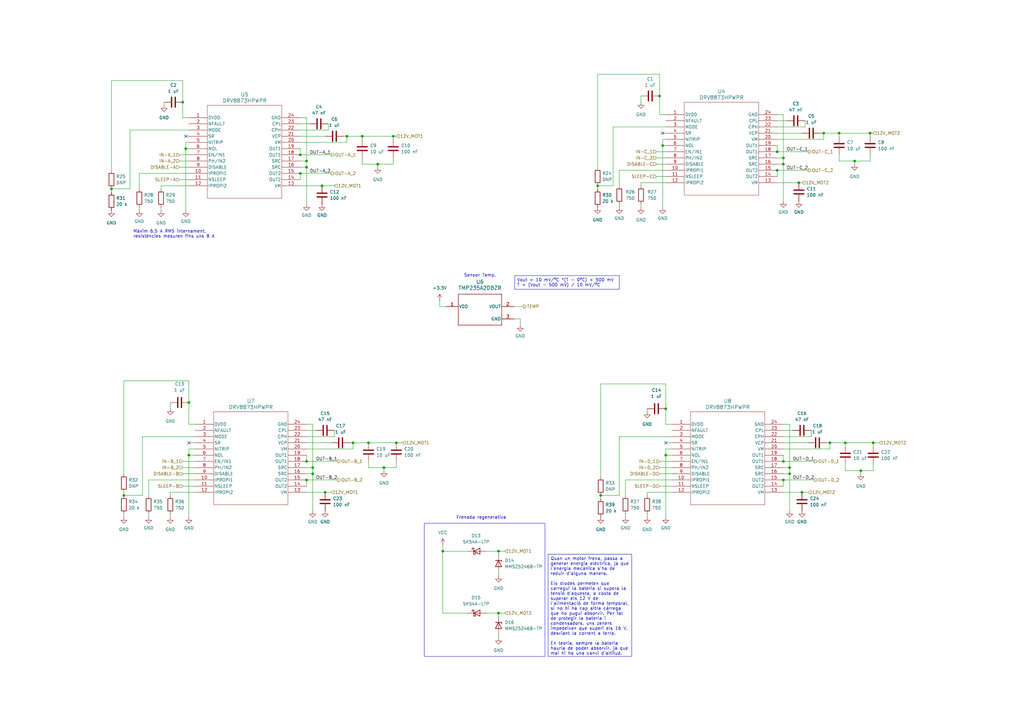
<source format=kicad_sch>
(kicad_sch (version 20231120) (generator "eeschema") (generator_version "8.0")
  (paper "A3")
  (lib_symbols
    (symbol "2023-12-02_10-52-26:DRV8873HPWPR" (pin_names (offset 0.254))
      (property "Reference" "U" (at 22.86 10.16 0))
      (property "Value" "DRV8873HPWPR" (at 22.86 7.62 0))
      (symbol "DRV8873HPWPR_0_1"
        (polyline (pts (xy 7.62 -33.02) (xy 38.1 -33.02)) (stroke (width 0.127)))
        (polyline (pts (xy 7.62 5.08) (xy 7.62 -33.02)) (stroke (width 0.127)))
        (polyline (pts (xy 38.1 -33.02) (xy 38.1 5.08)) (stroke (width 0.127)))
        (polyline (pts (xy 38.1 5.08) (xy 7.62 5.08)) (stroke (width 0.127)))
        (pin power_in line (at 0 0 0) (length 7.62) (name "DVDD") (number "1"))
        (pin output line (at 0 -22.86 0) (length 7.62) (name "IPROPI1") (number "10"))
        (pin input line (at 0 -25.4 0) (length 7.62) (name "NSLEEP") (number "11"))
        (pin output line (at 0 -27.94 0) (length 7.62) (name "IPROPI2") (number "12"))
        (pin power_in line (at 45.72 -27.94 180) (length 7.62) (name "VM") (number "13"))
        (pin output line (at 45.72 -25.4 180) (length 7.62) (name "OUT2") (number "14"))
        (pin output line (at 45.72 -22.86 180) (length 7.62) (name "OUT2") (number "15"))
        (pin output line (at 45.72 -20.32 180) (length 7.62) (name "SRC") (number "16"))
        (pin output line (at 45.72 -17.78 180) (length 7.62) (name "SRC") (number "17"))
        (pin output line (at 45.72 -15.24 180) (length 7.62) (name "OUT1") (number "18"))
        (pin output line (at 45.72 -12.7 180) (length 7.62) (name "OUT1") (number "19"))
        (pin output line (at 0 -2.54 0) (length 7.62) (name "NFAULT") (number "2"))
        (pin power_in line (at 45.72 -10.16 180) (length 7.62) (name "VM") (number "20"))
        (pin power_in line (at 45.72 -7.62 180) (length 7.62) (name "VCP") (number "21"))
        (pin unspecified line (at 45.72 -5.08 180) (length 7.62) (name "CPH") (number "22"))
        (pin unspecified line (at 45.72 -2.54 180) (length 7.62) (name "CPL") (number "23"))
        (pin power_in line (at 45.72 0 180) (length 7.62) (name "GND") (number "24"))
        (pin input line (at 0 -5.08 0) (length 7.62) (name "MODE") (number "3"))
        (pin input line (at 0 -7.62 0) (length 7.62) (name "SR") (number "4"))
        (pin input line (at 0 -10.16 0) (length 7.62) (name "NITRIP") (number "5"))
        (pin input line (at 0 -12.7 0) (length 7.62) (name "NOL") (number "6"))
        (pin input line (at 0 -15.24 0) (length 7.62) (name "EN/IN1") (number "7"))
        (pin input line (at 0 -17.78 0) (length 7.62) (name "PH/IN2") (number "8"))
        (pin input line (at 0 -20.32 0) (length 7.62) (name "DISABLE") (number "9"))
      )
    )
    (symbol "Device:C" (pin_numbers hide) (pin_names (offset 0.254))
      (property "Reference" "C" (at 0.635 2.54 0))
      (property "Value" "C" (at 0.635 -2.54 0))
      (symbol "C_0_1"
        (polyline (pts (xy -2.032 -0.762) (xy 2.032 -0.762)) (stroke (width 0.508)))
        (polyline (pts (xy -2.032 0.762) (xy 2.032 0.762)) (stroke (width 0.508)))
      )
      (symbol "C_1_1"
        (pin passive line (at 0 3.81 270) (length 2.794) (name "~") (number "1"))
        (pin passive line (at 0 -3.81 90) (length 2.794) (name "~") (number "2"))
      )
    )
    (symbol "Device:D_Schottky" (pin_numbers hide) (pin_names (offset 1.016) hide)
      (property "Reference" "D" (at 0 2.54 0))
      (property "Value" "D_Schottky" (at 0 -2.54 0))
      (symbol "D_Schottky_0_1"
        (polyline (pts (xy 1.27 0) (xy -1.27 0)))
        (polyline (pts (xy 1.27 1.27) (xy 1.27 -1.27) (xy -1.27 0) (xy 1.27 1.27)) (stroke (width 0.254)))
        (polyline (pts (xy -1.905 0.635) (xy -1.905 1.27) (xy -1.27 1.27) (xy -1.27 -1.27) (xy -0.635 -1.27) (xy -0.635 -0.635)) (stroke (width 0.254)))
      )
      (symbol "D_Schottky_1_1"
        (pin passive line (at -3.81 0 0) (length 2.54) (name "K") (number "1"))
        (pin passive line (at 3.81 0 180) (length 2.54) (name "A") (number "2"))
      )
    )
    (symbol "Device:D_Zener" (pin_numbers hide) (pin_names (offset 1.016) hide)
      (property "Reference" "D" (at 0 2.54 0))
      (property "Value" "D_Zener" (at 0 -2.54 0))
      (symbol "D_Zener_0_1"
        (polyline (pts (xy 1.27 0) (xy -1.27 0)))
        (polyline (pts (xy -1.27 -1.27) (xy -1.27 1.27) (xy -0.762 1.27)) (stroke (width 0.254)))
        (polyline (pts (xy 1.27 -1.27) (xy 1.27 1.27) (xy -1.27 0) (xy 1.27 -1.27)) (stroke (width 0.254)))
      )
      (symbol "D_Zener_1_1"
        (pin passive line (at -3.81 0 0) (length 2.54) (name "K") (number "1"))
        (pin passive line (at 3.81 0 180) (length 2.54) (name "A") (number "2"))
      )
    )
    (symbol "Device:R" (pin_numbers hide) (pin_names (offset 0))
      (property "Reference" "R" (at 2.032 0 90))
      (property "Value" "R" (at 0 0 90))
      (symbol "R_0_1"
        (rectangle (start -1.016 -2.54) (end 1.016 2.54) (stroke (width 0.254)))
      )
      (symbol "R_1_1"
        (pin passive line (at 0 3.81 270) (length 1.27) (name "~") (number "1"))
        (pin passive line (at 0 -3.81 90) (length 1.27) (name "~") (number "2"))
      )
    )
    (symbol "GND_1" (power) (pin_numbers hide) (pin_names (offset 0) hide)
      (property "Value" "GND" (at 0 -3.81 0))
      (symbol "GND_1_0_1"
        (polyline (pts (xy 0 0) (xy 0 -1.27) (xy 1.27 -1.27) (xy 0 -2.54) (xy -1.27 -1.27) (xy 0 -1.27)))
      )
      (symbol "GND_1_1_1"
        (pin power_in line (at 0 0 270) (length 0) (name "~") (number "1"))
      )
    )
    (symbol "GND_2" (power) (pin_numbers hide) (pin_names (offset 0) hide)
      (property "Value" "GND" (at 0 -3.81 0))
      (symbol "GND_2_0_1"
        (polyline (pts (xy 0 0) (xy 0 -1.27) (xy 1.27 -1.27) (xy 0 -2.54) (xy -1.27 -1.27) (xy 0 -1.27)))
      )
      (symbol "GND_2_1_1"
        (pin power_in line (at 0 0 270) (length 0) (name "~") (number "1"))
      )
    )
    (symbol "TMP235:TMP235A2DBZR" (pin_names (offset 0.254))
      (property "Reference" "U" (at 0 2.54 0))
      (property "Value" "TMP235A2DBZR" (at 0 0 0))
      (symbol "TMP235A2DBZR_0_1"
        (polyline (pts (xy 5.08 -7.62) (xy 22.86 -7.62)) (stroke (width 0.2032)))
        (polyline (pts (xy 5.08 5.08) (xy 5.08 -7.62)) (stroke (width 0.2032)))
        (polyline (pts (xy 22.86 -7.62) (xy 22.86 5.08)) (stroke (width 0.2032)))
        (polyline (pts (xy 22.86 5.08) (xy 5.08 5.08)) (stroke (width 0.2032)))
        (pin power_in line (at 0 0 0) (length 5.08) (name "VDD") (number "1"))
        (pin unspecified line (at 27.94 0 180) (length 5.08) (name "VOUT") (number "2"))
        (pin power_in line (at 27.94 -5.08 180) (length 5.08) (name "GND") (number "3"))
      )
    )
    (symbol "power:+3.3V" (power) (pin_numbers hide) (pin_names (offset 0) hide)
      (property "Value" "+3.3V" (at 0 3.556 0))
      (symbol "+3.3V_0_1"
        (polyline (pts (xy -0.762 1.27) (xy 0 2.54)))
        (polyline (pts (xy 0 0) (xy 0 2.54)))
        (polyline (pts (xy 0 2.54) (xy 0.762 1.27)))
      )
      (symbol "+3.3V_1_1"
        (pin power_in line (at 0 0 90) (length 0) (name "~") (number "1"))
      )
    )
    (symbol "power:GND" (power) (pin_names (offset 0))
      (property "Value" "GND" (at 0 -3.81 0))
      (symbol "GND_0_1"
        (polyline (pts (xy 0 0) (xy 0 -1.27) (xy 1.27 -1.27) (xy 0 -2.54) (xy -1.27 -1.27) (xy 0 -1.27)))
      )
      (symbol "GND_1_1"
        (pin power_in line (at 0 0 270) (length 0) hide (name "GND") (number "1"))
      )
    )
    (symbol "power:VCC" (power) (pin_numbers hide) (pin_names (offset 0) hide)
      (property "Value" "VCC" (at 0 3.556 0))
      (symbol "VCC_0_1"
        (polyline (pts (xy -0.762 1.27) (xy 0 2.54)))
        (polyline (pts (xy 0 0) (xy 0 2.54)))
        (polyline (pts (xy 0 2.54) (xy 0.762 1.27)))
      )
      (symbol "VCC_1_1"
        (pin power_in line (at 0 0 90) (length 0) (name "~") (number "1"))
      )
    )
  )
  (junction (at 323.85 191.77))
  (junction (at 321.31 67.31))
  (junction (at 77.47 186.69))
  (junction (at 125.73 196.85))
  (junction (at 353.06 193.04))
  (junction (at 323.85 194.31))
  (junction (at 318.77 62.23))
  (junction (at 132.08 76.2))
  (junction (at 128.27 191.77))
  (junction (at 125.73 66.04))
  (junction (at 123.19 71.12))
  (junction (at 50.8 203.2))
  (junction (at 350.52 66.04))
  (junction (at 344.17 54.61))
  (junction (at 77.47 165.1))
  (junction (at 321.31 196.85))
  (junction (at 76.2 60.96))
  (junction (at 204.47 251.46))
  (junction (at 162.56 181.61))
  (junction (at 142.24 55.88))
  (junction (at 246.38 203.2))
  (junction (at 273.05 186.69))
  (junction (at 245.11 76.2))
  (junction (at 133.35 201.93))
  (junction (at 144.78 181.61))
  (junction (at 273.05 167.64))
  (junction (at 358.14 181.61))
  (junction (at 151.13 181.61))
  (junction (at 337.82 54.61))
  (junction (at 123.19 63.5))
  (junction (at 270.51 39.37))
  (junction (at 45.72 77.47))
  (junction (at 346.71 181.61))
  (junction (at 148.59 55.88))
  (junction (at 157.48 191.77))
  (junction (at 128.27 194.31))
  (junction (at 154.94 67.31))
  (junction (at 340.36 181.61))
  (junction (at 318.77 69.85))
  (junction (at 204.47 226.06))
  (junction (at 125.73 68.58))
  (junction (at 321.31 64.77))
  (junction (at 327.66 74.93))
  (junction (at 161.29 55.88))
  (junction (at 356.87 54.61))
  (junction (at 181.61 226.06))
  (junction (at 321.31 189.23))
  (junction (at 125.73 189.23))
  (junction (at 271.78 59.69))
  (junction (at 328.93 201.93))
  (junction (at 74.93 41.91))
  (no_connect (at 271.78 54.61))
  (no_connect (at 77.47 181.61))
  (no_connect (at 76.2 55.88))
  (no_connect (at 273.05 181.61))
  (wire (pts (xy 262.89 39.37) (xy 262.89 41.91)))
  (wire (pts (xy 356.87 66.04) (xy 350.52 66.04)))
  (wire (pts (xy 344.17 54.61) (xy 344.17 55.88)))
  (wire (pts (xy 77.47 173.99) (xy 80.01 173.99)))
  (wire (pts (xy 346.71 193.04) (xy 353.06 193.04)))
  (wire (pts (xy 123.19 50.8) (xy 127 50.8)))
  (wire (pts (xy 162.56 55.88) (xy 161.29 55.88)))
  (wire (pts (xy 148.59 55.88) (xy 148.59 57.15)))
  (wire (pts (xy 77.47 186.69) (xy 77.47 184.15)))
  (wire (pts (xy 180.34 125.73) (xy 182.88 125.73)))
  (wire (pts (xy 144.78 181.61) (xy 151.13 181.61)))
  (wire (pts (xy 328.93 74.93) (xy 327.66 74.93)))
  (wire (pts (xy 321.31 196.85) (xy 334.01 196.85)))
  (wire (pts (xy 199.39 226.06) (xy 204.47 226.06)))
  (wire (pts (xy 210.82 125.73) (xy 214.63 125.73)))
  (wire (pts (xy 76.2 55.88) (xy 77.47 55.88)))
  (wire (pts (xy 74.93 41.91) (xy 74.93 48.26)))
  (wire (pts (xy 254 179.07) (xy 254 203.2)))
  (wire (pts (xy 245.11 30.48) (xy 270.51 30.48)))
  (wire (pts (xy 204.47 226.06) (xy 207.01 226.06)))
  (wire (pts (xy 50.8 201.93) (xy 50.8 203.2)))
  (wire (pts (xy 123.19 71.12) (xy 123.19 73.66)))
  (wire (pts (xy 53.34 53.34) (xy 53.34 77.47)))
  (wire (pts (xy 123.19 48.26) (xy 125.73 48.26)))
  (wire (pts (xy 125.73 176.53) (xy 129.54 176.53)))
  (wire (pts (xy 154.94 68.58) (xy 154.94 67.31)))
  (wire (pts (xy 74.93 189.23) (xy 80.01 189.23)))
  (wire (pts (xy 125.73 194.31) (xy 128.27 194.31)))
  (wire (pts (xy 273.05 181.61) (xy 275.59 181.61)))
  (wire (pts (xy 161.29 67.31) (xy 154.94 67.31)))
  (wire (pts (xy 246.38 157.48) (xy 273.05 157.48)))
  (wire (pts (xy 321.31 181.61) (xy 331.47 181.61)))
  (wire (pts (xy 358.14 54.61) (xy 356.87 54.61)))
  (wire (pts (xy 273.05 157.48) (xy 273.05 167.64)))
  (wire (pts (xy 265.43 210.82) (xy 265.43 212.09)))
  (wire (pts (xy 262.89 83.82) (xy 262.89 85.09)))
  (wire (pts (xy 76.2 60.96) (xy 77.47 60.96)))
  (wire (pts (xy 69.85 203.2) (xy 69.85 201.93)))
  (wire (pts (xy 69.85 165.1) (xy 69.85 167.64)))
  (wire (pts (xy 162.56 189.23) (xy 162.56 191.77)))
  (wire (pts (xy 125.73 48.26) (xy 125.73 66.04)))
  (wire (pts (xy 270.51 194.31) (xy 275.59 194.31)))
  (wire (pts (xy 123.19 68.58) (xy 125.73 68.58)))
  (wire (pts (xy 53.34 53.34) (xy 77.47 53.34)))
  (wire (pts (xy 318.77 54.61) (xy 328.93 54.61)))
  (wire (pts (xy 353.06 194.31) (xy 353.06 193.04)))
  (wire (pts (xy 142.24 55.88) (xy 142.24 58.42)))
  (wire (pts (xy 77.47 165.1) (xy 77.47 173.99)))
  (wire (pts (xy 346.71 181.61) (xy 346.71 182.88)))
  (wire (pts (xy 265.43 203.2) (xy 265.43 201.93)))
  (wire (pts (xy 321.31 184.15) (xy 340.36 184.15)))
  (wire (pts (xy 74.93 48.26) (xy 77.47 48.26)))
  (wire (pts (xy 251.46 52.07) (xy 273.05 52.07)))
  (wire (pts (xy 210.82 130.81) (xy 213.36 130.81)))
  (wire (pts (xy 318.77 52.07) (xy 330.2 52.07)))
  (wire (pts (xy 125.73 184.15) (xy 144.78 184.15)))
  (wire (pts (xy 151.13 189.23) (xy 151.13 191.77)))
  (wire (pts (xy 262.89 74.93) (xy 273.05 74.93)))
  (wire (pts (xy 123.19 71.12) (xy 135.89 71.12)))
  (wire (pts (xy 74.93 191.77) (xy 80.01 191.77)))
  (wire (pts (xy 318.77 49.53) (xy 322.58 49.53)))
  (wire (pts (xy 251.46 76.2) (xy 245.11 76.2)))
  (wire (pts (xy 69.85 210.82) (xy 69.85 212.09)))
  (wire (pts (xy 270.51 46.99) (xy 273.05 46.99)))
  (wire (pts (xy 358.14 181.61) (xy 358.14 182.88)))
  (wire (pts (xy 128.27 191.77) (xy 128.27 194.31)))
  (wire (pts (xy 337.82 54.61) (xy 344.17 54.61)))
  (wire (pts (xy 346.71 190.5) (xy 346.71 193.04)))
  (wire (pts (xy 74.93 33.02) (xy 74.93 41.91)))
  (wire (pts (xy 123.19 66.04) (xy 125.73 66.04)))
  (wire (pts (xy 256.54 196.85) (xy 256.54 203.2)))
  (wire (pts (xy 360.68 181.61) (xy 358.14 181.61)))
  (wire (pts (xy 273.05 167.64) (xy 273.05 173.99)))
  (wire (pts (xy 125.73 191.77) (xy 128.27 191.77)))
  (wire (pts (xy 125.73 179.07) (xy 137.16 179.07)))
  (wire (pts (xy 340.36 181.61) (xy 339.09 181.61)))
  (wire (pts (xy 181.61 223.52) (xy 181.61 226.06)))
  (wire (pts (xy 137.16 179.07) (xy 137.16 176.53)))
  (wire (pts (xy 321.31 186.69) (xy 321.31 189.23)))
  (wire (pts (xy 346.71 181.61) (xy 358.14 181.61)))
  (wire (pts (xy 273.05 186.69) (xy 273.05 184.15)))
  (wire (pts (xy 321.31 176.53) (xy 325.12 176.53)))
  (wire (pts (xy 269.24 64.77) (xy 273.05 64.77)))
  (wire (pts (xy 144.78 181.61) (xy 144.78 184.15)))
  (wire (pts (xy 58.42 179.07) (xy 58.42 203.2)))
  (wire (pts (xy 265.43 167.64) (xy 265.43 168.91)))
  (wire (pts (xy 125.73 196.85) (xy 125.73 199.39)))
  (wire (pts (xy 161.29 55.88) (xy 161.29 57.15)))
  (wire (pts (xy 66.04 76.2) (xy 77.47 76.2)))
  (wire (pts (xy 271.78 59.69) (xy 273.05 59.69)))
  (wire (pts (xy 50.8 212.09) (xy 50.8 210.82)))
  (wire (pts (xy 273.05 184.15) (xy 275.59 184.15)))
  (wire (pts (xy 157.48 193.04) (xy 157.48 191.77)))
  (wire (pts (xy 321.31 194.31) (xy 323.85 194.31)))
  (wire (pts (xy 77.47 212.09) (xy 77.47 186.69)))
  (wire (pts (xy 58.42 179.07) (xy 80.01 179.07)))
  (wire (pts (xy 144.78 181.61) (xy 143.51 181.61)))
  (wire (pts (xy 254 203.2) (xy 246.38 203.2)))
  (wire (pts (xy 73.66 63.5) (xy 77.47 63.5)))
  (wire (pts (xy 273.05 212.09) (xy 273.05 186.69)))
  (wire (pts (xy 262.89 76.2) (xy 262.89 74.93)))
  (wire (pts (xy 323.85 173.99) (xy 323.85 191.77)))
  (wire (pts (xy 148.59 55.88) (xy 161.29 55.88)))
  (wire (pts (xy 60.96 196.85) (xy 80.01 196.85)))
  (wire (pts (xy 57.15 85.09) (xy 57.15 86.36)))
  (wire (pts (xy 73.66 66.04) (xy 77.47 66.04)))
  (wire (pts (xy 344.17 54.61) (xy 356.87 54.61)))
  (wire (pts (xy 161.29 64.77) (xy 161.29 67.31)))
  (wire (pts (xy 318.77 69.85) (xy 331.47 69.85)))
  (wire (pts (xy 213.36 130.81) (xy 213.36 133.35)))
  (wire (pts (xy 323.85 191.77) (xy 323.85 194.31)))
  (wire (pts (xy 181.61 251.46) (xy 191.77 251.46)))
  (wire (pts (xy 254 69.85) (xy 254 76.2)))
  (wire (pts (xy 142.24 55.88) (xy 148.59 55.88)))
  (wire (pts (xy 77.47 181.61) (xy 80.01 181.61)))
  (wire (pts (xy 76.2 58.42) (xy 77.47 58.42)))
  (wire (pts (xy 128.27 194.31) (xy 128.27 209.55)))
  (wire (pts (xy 245.11 76.2) (xy 245.11 77.47)))
  (wire (pts (xy 45.72 77.47) (xy 45.72 78.74)))
  (wire (pts (xy 204.47 251.46) (xy 204.47 252.73)))
  (wire (pts (xy 123.19 55.88) (xy 133.35 55.88)))
  (wire (pts (xy 66.04 85.09) (xy 66.04 86.36)))
  (wire (pts (xy 58.42 203.2) (xy 50.8 203.2)))
  (wire (pts (xy 270.51 191.77) (xy 275.59 191.77)))
  (wire (pts (xy 77.47 156.21) (xy 77.47 165.1)))
  (wire (pts (xy 265.43 201.93) (xy 275.59 201.93)))
  (wire (pts (xy 123.19 58.42) (xy 142.24 58.42)))
  (wire (pts (xy 270.51 189.23) (xy 275.59 189.23)))
  (wire (pts (xy 256.54 196.85) (xy 275.59 196.85)))
  (wire (pts (xy 50.8 194.31) (xy 50.8 156.21)))
  (wire (pts (xy 270.51 39.37) (xy 270.51 46.99)))
  (wire (pts (xy 125.73 186.69) (xy 125.73 189.23)))
  (wire (pts (xy 321.31 196.85) (xy 321.31 199.39)))
  (wire (pts (xy 321.31 179.07) (xy 332.74 179.07)))
  (wire (pts (xy 77.47 184.15) (xy 80.01 184.15)))
  (wire (pts (xy 245.11 30.48) (xy 245.11 68.58)))
  (wire (pts (xy 66.04 77.47) (xy 66.04 76.2)))
  (wire (pts (xy 204.47 251.46) (xy 207.01 251.46)))
  (wire (pts (xy 135.89 201.93) (xy 133.35 201.93)))
  (wire (pts (xy 332.74 179.07) (xy 332.74 176.53)))
  (wire (pts (xy 73.66 73.66) (xy 77.47 73.66)))
  (wire (pts (xy 57.15 71.12) (xy 77.47 71.12)))
  (wire (pts (xy 45.72 33.02) (xy 74.93 33.02)))
  (wire (pts (xy 269.24 72.39) (xy 273.05 72.39)))
  (wire (pts (xy 123.19 60.96) (xy 123.19 63.5)))
  (wire (pts (xy 74.93 199.39) (xy 80.01 199.39)))
  (wire (pts (xy 123.19 53.34) (xy 134.62 53.34)))
  (wire (pts (xy 273.05 186.69) (xy 275.59 186.69)))
  (wire (pts (xy 270.51 199.39) (xy 275.59 199.39)))
  (wire (pts (xy 318.77 69.85) (xy 318.77 72.39)))
  (wire (pts (xy 321.31 173.99) (xy 323.85 173.99)))
  (wire (pts (xy 271.78 54.61) (xy 273.05 54.61)))
  (wire (pts (xy 331.47 201.93) (xy 328.93 201.93)))
  (wire (pts (xy 151.13 181.61) (xy 162.56 181.61)))
  (wire (pts (xy 77.47 186.69) (xy 80.01 186.69)))
  (wire (pts (xy 162.56 191.77) (xy 157.48 191.77)))
  (wire (pts (xy 321.31 201.93) (xy 328.93 201.93)))
  (wire (pts (xy 125.73 201.93) (xy 133.35 201.93)))
  (wire (pts (xy 134.62 53.34) (xy 134.62 50.8)))
  (wire (pts (xy 350.52 67.31) (xy 350.52 66.04)))
  (wire (pts (xy 340.36 181.61) (xy 340.36 184.15)))
  (wire (pts (xy 321.31 64.77) (xy 321.31 67.31)))
  (wire (pts (xy 323.85 194.31) (xy 323.85 209.55)))
  (wire (pts (xy 199.39 251.46) (xy 204.47 251.46)))
  (wire (pts (xy 321.31 191.77) (xy 323.85 191.77)))
  (wire (pts (xy 73.66 68.58) (xy 77.47 68.58)))
  (wire (pts (xy 45.72 69.85) (xy 45.72 33.02)))
  (wire (pts (xy 128.27 173.99) (xy 128.27 191.77)))
  (wire (pts (xy 273.05 173.99) (xy 275.59 173.99)))
  (wire (pts (xy 132.08 76.2) (xy 137.16 76.2)))
  (wire (pts (xy 148.59 64.77) (xy 148.59 67.31)))
  (wire (pts (xy 53.34 77.47) (xy 45.72 77.47)))
  (wire (pts (xy 181.61 226.06) (xy 181.61 251.46)))
  (wire (pts (xy 356.87 63.5) (xy 356.87 66.04)))
  (wire (pts (xy 344.17 63.5) (xy 344.17 66.04)))
  (wire (pts (xy 340.36 181.61) (xy 346.71 181.61)))
  (wire (pts (xy 356.87 54.61) (xy 356.87 55.88)))
  (wire (pts (xy 318.77 74.93) (xy 327.66 74.93)))
  (wire (pts (xy 337.82 54.61) (xy 336.55 54.61)))
  (wire (pts (xy 271.78 85.09) (xy 271.78 59.69)))
  (wire (pts (xy 57.15 71.12) (xy 57.15 77.47)))
  (wire (pts (xy 337.82 54.61) (xy 337.82 57.15)))
  (wire (pts (xy 321.31 46.99) (xy 321.31 64.77)))
  (wire (pts (xy 67.31 41.91) (xy 67.31 43.18)))
  (wire (pts (xy 125.73 173.99) (xy 128.27 173.99)))
  (wire (pts (xy 318.77 57.15) (xy 337.82 57.15)))
  (wire (pts (xy 318.77 59.69) (xy 318.77 62.23)))
  (wire (pts (xy 330.2 52.07) (xy 330.2 49.53)))
  (wire (pts (xy 318.77 46.99) (xy 321.31 46.99)))
  (wire (pts (xy 60.96 210.82) (xy 60.96 212.09)))
  (wire (pts (xy 256.54 210.82) (xy 256.54 212.09)))
  (wire (pts (xy 358.14 190.5) (xy 358.14 193.04)))
  (wire (pts (xy 125.73 181.61) (xy 135.89 181.61)))
  (wire (pts (xy 76.2 60.96) (xy 76.2 58.42)))
  (wire (pts (xy 125.73 68.58) (xy 125.73 83.82)))
  (wire (pts (xy 204.47 234.95) (xy 204.47 236.22)))
  (wire (pts (xy 74.93 194.31) (xy 80.01 194.31)))
  (wire (pts (xy 204.47 260.35) (xy 204.47 261.62)))
  (wire (pts (xy 271.78 59.69) (xy 271.78 57.15)))
  (wire (pts (xy 318.77 67.31) (xy 321.31 67.31)))
  (wire (pts (xy 318.77 62.23) (xy 331.47 62.23)))
  (wire (pts (xy 246.38 203.2) (xy 246.38 204.47)))
  (wire (pts (xy 142.24 55.88) (xy 140.97 55.88)))
  (wire (pts (xy 246.38 195.58) (xy 246.38 157.48)))
  (wire (pts (xy 254 83.82) (xy 254 85.09)))
  (wire (pts (xy 181.61 226.06) (xy 191.77 226.06)))
  (wire (pts (xy 180.34 123.19) (xy 180.34 125.73)))
  (wire (pts (xy 123.19 63.5) (xy 135.89 63.5)))
  (wire (pts (xy 321.31 67.31) (xy 321.31 82.55)))
  (wire (pts (xy 125.73 189.23) (xy 138.43 189.23)))
  (wire (pts (xy 254 69.85) (xy 273.05 69.85)))
  (wire (pts (xy 269.24 62.23) (xy 273.05 62.23)))
  (wire (pts (xy 321.31 189.23) (xy 334.01 189.23)))
  (wire (pts (xy 125.73 196.85) (xy 138.43 196.85)))
  (wire (pts (xy 148.59 67.31) (xy 154.94 67.31)))
  (wire (pts (xy 254 179.07) (xy 275.59 179.07)))
  (wire (pts (xy 165.1 181.61) (xy 162.56 181.61)))
  (wire (pts (xy 69.85 201.93) (xy 80.01 201.93)))
  (wire (pts (xy 358.14 193.04) (xy 353.06 193.04)))
  (wire (pts (xy 318.77 64.77) (xy 321.31 64.77)))
  (wire (pts (xy 151.13 191.77) (xy 157.48 191.77)))
  (wire (pts (xy 123.19 76.2) (xy 132.08 76.2)))
  (wire (pts (xy 50.8 156.21) (xy 77.47 156.21)))
  (wire (pts (xy 60.96 196.85) (xy 60.96 203.2)))
  (wire (pts (xy 344.17 66.04) (xy 350.52 66.04)))
  (wire (pts (xy 270.51 30.48) (xy 270.51 39.37)))
  (wire (pts (xy 125.73 66.04) (xy 125.73 68.58)))
  (wire (pts (xy 269.24 67.31) (xy 273.05 67.31)))
  (wire (pts (xy 204.47 226.06) (xy 204.47 227.33)))
  (wire (pts (xy 251.46 52.07) (xy 251.46 76.2)))
  (wire (pts (xy 76.2 86.36) (xy 76.2 60.96)))
  (wire (pts (xy 271.78 57.15) (xy 273.05 57.15)))
  (rectangle (start 173.99 214.63) (end 223.52 269.24))
  (text_box "Vout = 10 mV/ºC *(T - 0ºC) + 500 mV\nT = (Vout - 500 mV) / 10 mV/ºC" (at 211.074 113.03 0) (size 42.926 5.588) (effects (font (size 1.27 1.27)) (justify left top)))
  (text_box "Quan un motor frena, passa a generar energia elèctrica, ja que l'energia mecànica s'ha de reduir d'alguna manera.\n\nEls díodes permeten que carregui la bateria si supera la tensió d'aquesta, a costa de superar els 12 V de l'alimentació de forma temporal, si no hi ha cap altra càrrega que ho pugui absorvir. Per tal de protegir la bateria i condensadors, uns zeners impedeixen que superi els 16 V, desviant la corrent a terra.\n\nEn teoria, sempre la bateria hauria de poder absorvir, ja que mai hi ha una canvi d'altitud." (at 224.79 227.33 0) (size 34.29 41.91) (effects (font (size 1.27 1.27)) (justify left top)))
  (text "Frenada regenerativa" (at 197.358 212.344 0) (effects (font (size 1.27 1.27))))
  (text "Sensor Temp." (at 196.85 113.03 0) (effects (font (size 1.27 1.27))))
  (text "Màxim 6,5 A RMS internament,\nresistències mesuren fins uns 8 A" (at 54.61 97.79 0) (effects (font (size 1.27 1.27)) (justify left bottom)))
  (label "OUT-B_1" (at 129.54 189.23 0))
  (label "OUT-D_2" (at 325.12 196.85 0))
  (label "OUT-B_2" (at 129.54 196.85 0))
  (label "OUT-C_2" (at 322.58 69.85 0))
  (label "OUT-D_1" (at 325.12 189.23 0))
  (label "OUT-A_1" (at 127 63.5 0))
  (label "OUT-A_2" (at 127 71.12 0))
  (label "OUT-C_1" (at 322.58 62.23 0))
  (hierarchical_label "DISABLE-A" (shape input) (at 73.66 68.58 180))
  (hierarchical_label "IN-D_1" (shape input) (at 270.51 189.23 180))
  (hierarchical_label "TEMP" (shape output) (at 214.63 125.73 0))
  (hierarchical_label "IN-B_1" (shape input) (at 74.93 189.23 180))
  (hierarchical_label "12V_MOT1" (shape input) (at 165.1 181.61 0))
  (hierarchical_label "DISABLE-C" (shape input) (at 269.24 67.31 180))
  (hierarchical_label "OUT-D_2" (shape output) (at 334.01 196.85 0))
  (hierarchical_label "SLEEP-A" (shape input) (at 73.66 73.66 180))
  (hierarchical_label "IN-D_2" (shape input) (at 270.51 191.77 180))
  (hierarchical_label "OUT-A_2" (shape output) (at 135.89 71.12 0))
  (hierarchical_label "OUT-A_1" (shape output) (at 135.89 63.5 0))
  (hierarchical_label "IN-C_2" (shape input) (at 269.24 64.77 180))
  (hierarchical_label "12V_MOT2" (shape input) (at 207.01 251.46 0))
  (hierarchical_label "SLEEP-D" (shape input) (at 270.51 199.39 180))
  (hierarchical_label "IN-A_2" (shape input) (at 73.66 66.04 180))
  (hierarchical_label "DISABLE-B" (shape input) (at 74.93 194.31 180))
  (hierarchical_label "DISABLE-D" (shape input) (at 270.51 194.31 180))
  (hierarchical_label "12V_MOT1" (shape input) (at 137.16 76.2 0))
  (hierarchical_label "12V_MOT2" (shape input) (at 328.93 74.93 0))
  (hierarchical_label "SLEEP-C" (shape input) (at 269.24 72.39 180))
  (hierarchical_label "OUT-B_1" (shape output) (at 138.43 189.23 0))
  (hierarchical_label "SLEEP-B" (shape input) (at 74.93 199.39 180))
  (hierarchical_label "IN-B_2" (shape input) (at 74.93 191.77 180))
  (hierarchical_label "OUT-C_1" (shape output) (at 331.47 62.23 0))
  (hierarchical_label "12V_MOT1" (shape input) (at 135.89 201.93 0))
  (hierarchical_label "12V_MOT1" (shape input) (at 162.56 55.88 0))
  (hierarchical_label "OUT-D_1" (shape output) (at 334.01 189.23 0))
  (hierarchical_label "12V_MOT2" (shape input) (at 358.14 54.61 0))
  (hierarchical_label "OUT-B_2" (shape output) (at 138.43 196.85 0))
  (hierarchical_label "12V_MOT2" (shape input) (at 360.68 181.61 0))
  (hierarchical_label "OUT-C_2" (shape output) (at 331.47 69.85 0))
  (hierarchical_label "12V_MOT1" (shape input) (at 207.01 226.06 0))
  (hierarchical_label "IN-A_1" (shape input) (at 73.66 63.5 180))
  (hierarchical_label "IN-C_1" (shape input) (at 269.24 62.23 180))
  (hierarchical_label "12V_MOT2" (shape input) (at 331.47 201.93 0))
  (symbol (lib_id "power:GND") (at 69.85 167.64 0) (unit 1)
    (property "Reference" "#PWR060" (effects (hide yes)))
    (property "Value" "GND" (at 69.85 172.72 0))
  )
  (symbol (lib_id "Device:R") (at 254 80.01 0) (unit 1)
    (property "Reference" "R26" (at 256.54 78.74 0) (effects (justify left)))
    (property "Value" "750" (at 256.54 81.28 0) (effects (justify left)))
    (property "Footprint" "Resistor_SMD:R_0603_1608Metric_Pad0.98x0.95mm_HandSolder" (effects (hide yes)))
  )
  (symbol (lib_id "power:GND") (at 271.78 85.09 0) (unit 1)
    (property "Reference" "#PWR053" (effects (hide yes)))
    (property "Value" "GND" (at 271.78 89.535 0))
  )
  (symbol (lib_id "2023-12-02_10-52-26:DRV8873HPWPR") (at 77.47 48.26 0) (unit 1)
    (property "Reference" "U5" (at 100.33 38.735 0) (effects (font (size 1.524 1.524))))
    (property "Value" "DRV8873HPWPR" (at 100.33 41.275 0) (effects (font (size 1.524 1.524))))
    (property "Footprint" "8873:PWP24_TEX" (effects (hide yes)))
    (property "Datasheet" "DRV8873HPWPR" (effects (hide yes)))
  )
  (symbol (lib_id "Device:R") (at 50.8 198.12 0) (unit 1)
    (property "Reference" "R32" (at 52.705 196.85 0) (effects (justify left)))
    (property "Value" "DNP" (at 52.705 199.39 0) (effects (justify left)))
    (property "Footprint" "Resistor_SMD:R_0603_1608Metric_Pad0.98x0.95mm_HandSolder" (effects (hide yes)))
  )
  (symbol (lib_id "power:GND") (at 66.04 86.36 0) (unit 1)
    (property "Reference" "#PWR056" (effects (hide yes)))
    (property "Value" "GND" (at 66.04 91.44 0))
  )
  (symbol (lib_id "Device:D_Schottky") (at 195.58 251.46 0) (unit 1)
    (property "Reference" "D15" (at 195.2625 245.11 0))
    (property "Value" "SK54A-LTP" (at 195.2625 247.65 0))
    (property "Footprint" "Diode_SMD:D_SMA" (effects (hide yes)))
  )
  (symbol (lib_id "Device:R") (at 245.11 72.39 0) (unit 1)
    (property "Reference" "R24" (at 247.015 71.12 0) (effects (justify left)))
    (property "Value" "DNP" (at 247.015 73.66 0) (effects (justify left)))
    (property "Footprint" "Resistor_SMD:R_0603_1608Metric_Pad0.98x0.95mm_HandSolder" (effects (hide yes)))
  )
  (symbol (lib_id "power:GND") (at 128.27 209.55 0) (unit 1)
    (property "Reference" "#PWR064" (effects (hide yes)))
    (property "Value" "GND" (at 128.27 213.995 0))
  )
  (symbol (lib_id "Device:D_Zener") (at 204.47 256.54 270) (unit 1)
    (property "Reference" "D16" (at 207.01 255.2699 90) (effects (justify left)))
    (property "Value" "MMSZ5246B-TP" (at 207.01 257.8099 90) (effects (justify left)))
    (property "Footprint" "Diode_SMD:D_SOD-123" (effects (hide yes)))
    (property "Description" "Zener diode" (effects (hide yes)))
  )
  (symbol (lib_id "power:GND") (at 154.94 68.58 0) (unit 1)
    (property "Reference" "#PWR045" (effects (hide yes)))
    (property "Value" "GND" (at 154.94 73.66 0))
  )
  (symbol (lib_id "Device:R") (at 265.43 207.01 0) (unit 1)
    (property "Reference" "R38" (at 267.335 205.74 0) (effects (justify left)))
    (property "Value" "750" (at 267.335 208.28 0) (effects (justify left)))
    (property "Footprint" "Resistor_SMD:R_0603_1608Metric_Pad0.98x0.95mm_HandSolder" (effects (hide yes)))
  )
  (symbol (lib_id "Device:C") (at 344.17 59.69 0) (unit 1)
    (property "Reference" "C7" (at 347.345 58.42 0) (effects (justify left)))
    (property "Value" "10 uF" (at 347.345 60.96 0) (effects (justify left)))
    (property "Footprint" "Capacitor_SMD:C_0603_1608Metric_Pad1.08x0.95mm_HandSolder" (effects (hide yes)))
  )
  (symbol (lib_id "power:GND") (at 265.43 212.09 0) (unit 1)
    (property "Reference" "#PWR074" (effects (hide yes)))
    (property "Value" "GND" (at 265.43 217.17 0))
  )
  (symbol (lib_id "Device:C") (at 148.59 60.96 0) (unit 1)
    (property "Reference" "C9" (at 151.765 59.69 0) (effects (justify left)))
    (property "Value" "10 uF" (at 151.765 62.23 0) (effects (justify left)))
    (property "Footprint" "Capacitor_SMD:C_0603_1608Metric_Pad1.08x0.95mm_HandSolder" (effects (hide yes)))
  )
  (symbol (lib_name "GND_1") (lib_id "power:GND") (at 204.47 236.22 0) (unit 1)
    (property "Reference" "#PWR0153" (effects (hide yes)))
    (property "Value" "GND" (at 204.47 241.3 0))
    (property "Description" "Power symbol creates a global label with name \"GND\" , ground" (effects (hide yes)))
  )
  (symbol (lib_id "power:GND") (at 157.48 193.04 0) (unit 1)
    (property "Reference" "#PWR062" (effects (hide yes)))
    (property "Value" "GND" (at 157.48 198.12 0))
  )
  (symbol (lib_id "power:GND") (at 353.06 194.31 0) (unit 1)
    (property "Reference" "#PWR063" (effects (hide yes)))
    (property "Value" "GND" (at 353.06 199.39 0))
  )
  (symbol (lib_id "Device:R") (at 60.96 207.01 0) (unit 1)
    (property "Reference" "R35" (at 62.865 205.74 0) (effects (justify left)))
    (property "Value" "750" (at 62.865 208.28 0) (effects (justify left)))
    (property "Footprint" "Resistor_SMD:R_0603_1608Metric_Pad0.98x0.95mm_HandSolder" (effects (hide yes)))
  )
  (symbol (lib_id "power:GND") (at 265.43 168.91 0) (unit 1)
    (property "Reference" "#PWR061" (effects (hide yes)))
    (property "Value" "GND" (at 265.43 173.99 0))
  )
  (symbol (lib_id "Device:C") (at 133.35 176.53 90) (unit 1)
    (property "Reference" "C15" (at 133.35 169.545 90))
    (property "Value" "47 nF" (at 133.35 172.085 90))
    (property "Footprint" "Capacitor_SMD:C_0603_1608Metric_Pad1.08x0.95mm_HandSolder" (effects (hide yes)))
  )
  (symbol (lib_id "power:GND") (at 77.47 212.09 0) (unit 1)
    (property "Reference" "#PWR071" (effects (hide yes)))
    (property "Value" "GND" (at 77.47 216.535 0))
  )
  (symbol (lib_id "Device:C") (at 71.12 41.91 90) (unit 1)
    (property "Reference" "C2" (at 71.12 34.925 90))
    (property "Value" "1 uF" (at 71.12 37.465 90))
    (property "Footprint" "Capacitor_SMD:C_0603_1608Metric_Pad1.08x0.95mm_HandSolder" (effects (hide yes)))
  )
  (symbol (lib_id "Device:C") (at 328.93 176.53 90) (unit 1)
    (property "Reference" "C16" (at 328.93 169.545 90))
    (property "Value" "47 nF" (at 328.93 172.085 90))
    (property "Footprint" "Capacitor_SMD:C_0603_1608Metric_Pad1.08x0.95mm_HandSolder" (effects (hide yes)))
  )
  (symbol (lib_id "power:GND") (at 323.85 209.55 0) (unit 1)
    (property "Reference" "#PWR066" (effects (hide yes)))
    (property "Value" "GND" (at 323.85 213.995 0))
  )
  (symbol (lib_id "power:GND") (at 67.31 43.18 0) (unit 1)
    (property "Reference" "#PWR043" (effects (hide yes)))
    (property "Value" "GND" (at 67.31 48.26 0))
  )
  (symbol (lib_id "power:GND") (at 254 85.09 0) (unit 1)
    (property "Reference" "#PWR051" (effects (hide yes)))
    (property "Value" "GND" (at 254 89.535 0))
  )
  (symbol (lib_id "Device:C") (at 356.87 59.69 0) (unit 1)
    (property "Reference" "C8" (at 360.045 58.42 0) (effects (justify left)))
    (property "Value" "100 nF" (at 360.045 60.96 0) (effects (justify left)))
    (property "Footprint" "Capacitor_SMD:C_0603_1608Metric_Pad1.08x0.95mm_HandSolder" (effects (hide yes)))
  )
  (symbol (lib_id "Device:C") (at 327.66 78.74 0) (unit 1)
    (property "Reference" "C11" (at 330.835 77.47 0) (effects (justify left)))
    (property "Value" "100 nF" (at 330.835 80.01 0) (effects (justify left)))
    (property "Footprint" "Capacitor_SMD:C_0603_1608Metric_Pad1.08x0.95mm_HandSolder" (effects (hide yes)))
  )
  (symbol (lib_id "power:GND") (at 327.66 82.55 0) (unit 1)
    (property "Reference" "#PWR047" (effects (hide yes)))
    (property "Value" "GND" (at 327.66 86.995 0))
  )
  (symbol (lib_id "power:GND") (at 256.54 212.09 0) (unit 1)
    (property "Reference" "#PWR073" (effects (hide yes)))
    (property "Value" "GND" (at 256.54 216.535 0))
  )
  (symbol (lib_id "Device:C") (at 326.39 49.53 90) (unit 1)
    (property "Reference" "C3" (at 326.39 42.545 90))
    (property "Value" "47 nF" (at 326.39 45.085 90))
    (property "Footprint" "Capacitor_SMD:C_0603_1608Metric_Pad1.08x0.95mm_HandSolder" (effects (hide yes)))
  )
  (symbol (lib_id "Device:C") (at 73.66 165.1 90) (unit 1)
    (property "Reference" "C13" (at 73.66 157.48 90))
    (property "Value" "1 uF" (at 73.66 160.02 90))
    (property "Footprint" "Capacitor_SMD:C_0603_1608Metric_Pad1.08x0.95mm_HandSolder" (effects (hide yes)))
  )
  (symbol (lib_id "Device:R") (at 262.89 80.01 0) (unit 1)
    (property "Reference" "R27" (at 265.43 78.74 0) (effects (justify left)))
    (property "Value" "750" (at 265.43 81.28 0) (effects (justify left)))
    (property "Footprint" "Resistor_SMD:R_0603_1608Metric_Pad0.98x0.95mm_HandSolder" (effects (hide yes)))
  )
  (symbol (lib_id "Device:R") (at 256.54 207.01 0) (unit 1)
    (property "Reference" "R37" (at 258.445 205.74 0) (effects (justify left)))
    (property "Value" "750" (at 258.445 208.28 0) (effects (justify left)))
    (property "Footprint" "Resistor_SMD:R_0603_1608Metric_Pad0.98x0.95mm_HandSolder" (effects (hide yes)))
  )
  (symbol (lib_id "Device:C") (at 151.13 185.42 0) (unit 1)
    (property "Reference" "C19" (at 154.305 184.15 0) (effects (justify left)))
    (property "Value" "10 uF" (at 154.305 186.69 0) (effects (justify left)))
    (property "Footprint" "Capacitor_SMD:C_0603_1608Metric_Pad1.08x0.95mm_HandSolder" (effects (hide yes)))
  )
  (symbol (lib_id "Device:D_Zener") (at 204.47 231.14 270) (unit 1)
    (property "Reference" "D14" (at 207.01 229.8699 90) (effects (justify left)))
    (property "Value" "MMSZ5246B-TP" (at 207.01 232.4099 90) (effects (justify left)))
    (property "Footprint" "Diode_SMD:D_SOD-123" (effects (hide yes)))
    (property "Description" "Zener diode" (effects (hide yes)))
  )
  (symbol (lib_id "power:GND") (at 60.96 212.09 0) (unit 1)
    (property "Reference" "#PWR069" (effects (hide yes)))
    (property "Value" "GND" (at 60.96 216.535 0))
  )
  (symbol (lib_id "Device:C") (at 269.24 167.64 90) (unit 1)
    (property "Reference" "C14" (at 269.24 160.02 90))
    (property "Value" "1 uF" (at 269.24 162.56 90))
    (property "Footprint" "Capacitor_SMD:C_0603_1608Metric_Pad1.08x0.95mm_HandSolder" (effects (hide yes)))
  )
  (symbol (lib_id "Device:C") (at 266.7 39.37 90) (unit 1)
    (property "Reference" "C1" (at 266.7 32.385 90))
    (property "Value" "1 uF" (at 266.7 34.925 90))
    (property "Footprint" "Capacitor_SMD:C_0603_1608Metric_Pad1.08x0.95mm_HandSolder" (effects (hide yes)))
  )
  (symbol (lib_id "Device:C") (at 358.14 186.69 0) (unit 1)
    (property "Reference" "C22" (at 361.315 185.42 0) (effects (justify left)))
    (property "Value" "100 nF" (at 361.315 187.96 0) (effects (justify left)))
    (property "Footprint" "Capacitor_SMD:C_0603_1608Metric_Pad1.08x0.95mm_HandSolder" (effects (hide yes)))
  )
  (symbol (lib_id "2023-12-02_10-52-26:DRV8873HPWPR") (at 80.01 173.99 0) (unit 1)
    (property "Reference" "U7" (at 102.87 164.465 0) (effects (font (size 1.524 1.524))))
    (property "Value" "DRV8873HPWPR" (at 102.87 167.005 0) (effects (font (size 1.524 1.524))))
    (property "Footprint" "8873:PWP24_TEX" (effects (hide yes)))
    (property "Datasheet" "DRV8873HPWPR" (effects (hide yes)))
  )
  (symbol (lib_id "Device:C") (at 161.29 60.96 0) (unit 1)
    (property "Reference" "C10" (at 164.465 59.69 0) (effects (justify left)))
    (property "Value" "100 nF" (at 164.465 62.23 0) (effects (justify left)))
    (property "Footprint" "Capacitor_SMD:C_0603_1608Metric_Pad1.08x0.95mm_HandSolder" (effects (hide yes)))
  )
  (symbol (lib_id "Device:R") (at 50.8 207.01 0) (unit 1)
    (property "Reference" "R34" (at 52.705 205.74 0) (effects (justify left)))
    (property "Value" "20 k" (at 52.705 208.28 0) (effects (justify left)))
    (property "Footprint" "Resistor_SMD:R_0603_1608Metric_Pad0.98x0.95mm_HandSolder" (effects (hide yes)))
  )
  (symbol (lib_id "power:+3.3V") (at 180.34 123.19 0) (unit 1)
    (property "Reference" "#PWR058" (effects (hide yes)))
    (property "Value" "+3.3V" (at 180.34 118.11 0))
    (property "Description" "Power symbol creates a global label with name \"+3.3V\"" (effects (hide yes)))
  )
  (symbol (lib_id "Device:C") (at 162.56 185.42 0) (unit 1)
    (property "Reference" "C20" (at 165.735 184.15 0) (effects (justify left)))
    (property "Value" "100 nF" (at 165.735 186.69 0) (effects (justify left)))
    (property "Footprint" "Capacitor_SMD:C_0603_1608Metric_Pad1.08x0.95mm_HandSolder" (effects (hide yes)))
  )
  (symbol (lib_id "power:GND") (at 57.15 86.36 0) (unit 1)
    (property "Reference" "#PWR055" (effects (hide yes)))
    (property "Value" "GND" (at 57.15 90.805 0))
  )
  (symbol (lib_id "power:GND") (at 262.89 85.09 0) (unit 1)
    (property "Reference" "#PWR052" (effects (hide yes)))
    (property "Value" "GND" (at 262.89 90.17 0))
  )
  (symbol (lib_id "Device:R") (at 57.15 81.28 0) (unit 1)
    (property "Reference" "R28" (at 59.055 80.01 0) (effects (justify left)))
    (property "Value" "750" (at 59.055 82.55 0) (effects (justify left)))
    (property "Footprint" "Resistor_SMD:R_0603_1608Metric_Pad0.98x0.95mm_HandSolder" (effects (hide yes)))
  )
  (symbol (lib_id "power:GND") (at 262.89 41.91 0) (unit 1)
    (property "Reference" "#PWR042" (effects (hide yes)))
    (property "Value" "GND" (at 262.89 46.99 0))
  )
  (symbol (lib_id "Device:R") (at 66.04 81.28 0) (unit 1)
    (property "Reference" "R29" (at 67.945 80.01 0) (effects (justify left)))
    (property "Value" "750" (at 67.945 82.55 0) (effects (justify left)))
    (property "Footprint" "Resistor_SMD:R_0603_1608Metric_Pad0.98x0.95mm_HandSolder" (effects (hide yes)))
  )
  (symbol (lib_id "power:GND") (at 245.11 85.09 0) (unit 1)
    (property "Reference" "#PWR050" (effects (hide yes)))
    (property "Value" "GND" (at 245.11 90.17 0))
  )
  (symbol (lib_id "power:GND") (at 50.8 212.09 0) (unit 1)
    (property "Reference" "#PWR068" (effects (hide yes)))
    (property "Value" "GND" (at 50.8 217.17 0))
  )
  (symbol (lib_id "power:GND") (at 125.73 83.82 0) (unit 1)
    (property "Reference" "#PWR048" (effects (hide yes)))
    (property "Value" "GND" (at 125.73 88.265 0))
  )
  (symbol (lib_id "Device:R") (at 69.85 207.01 0) (unit 1)
    (property "Reference" "R36" (at 71.755 205.74 0) (effects (justify left)))
    (property "Value" "750" (at 71.755 208.28 0) (effects (justify left)))
    (property "Footprint" "Resistor_SMD:R_0603_1608Metric_Pad0.98x0.95mm_HandSolder" (effects (hide yes)))
  )
  (symbol (lib_id "Device:R") (at 45.72 82.55 0) (unit 1)
    (property "Reference" "R31" (at 47.625 81.28 0) (effects (justify left)))
    (property "Value" "20 k" (at 47.625 83.82 0) (effects (justify left)))
    (property "Footprint" "Resistor_SMD:R_0603_1608Metric_Pad0.98x0.95mm_HandSolder" (effects (hide yes)))
  )
  (symbol (lib_id "Device:D_Schottky") (at 195.58 226.06 0) (unit 1)
    (property "Reference" "D13" (at 195.2625 219.71 0))
    (property "Value" "SK54A-LTP" (at 195.2625 222.25 0))
    (property "Footprint" "Diode_SMD:D_SMA" (effects (hide yes)))
  )
  (symbol (lib_id "power:GND") (at 45.72 86.36 0) (unit 1)
    (property "Reference" "#PWR054" (effects (hide yes)))
    (property "Value" "GND" (at 45.72 91.44 0))
  )
  (symbol (lib_name "GND_2") (lib_id "power:GND") (at 204.47 261.62 0) (unit 1)
    (property "Reference" "#PWR0154" (effects (hide yes)))
    (property "Value" "GND" (at 204.47 266.7 0))
    (property "Description" "Power symbol creates a global label with name \"GND\" , ground" (effects (hide yes)))
  )
  (symbol (lib_id "power:GND") (at 273.05 212.09 0) (unit 1)
    (property "Reference" "#PWR075" (effects (hide yes)))
    (property "Value" "GND" (at 273.05 216.535 0))
  )
  (symbol (lib_id "power:GND") (at 350.52 67.31 0) (unit 1)
    (property "Reference" "#PWR044" (effects (hide yes)))
    (property "Value" "GND" (at 350.52 72.39 0))
  )
  (symbol (lib_id "power:GND") (at 76.2 86.36 0) (unit 1)
    (property "Reference" "#PWR057" (effects (hide yes)))
    (property "Value" "GND" (at 76.2 90.805 0))
  )
  (symbol (lib_id "Device:C") (at 139.7 181.61 90) (unit 1)
    (property "Reference" "C17" (at 139.7 174.625 90))
    (property "Value" "1 uF" (at 139.7 177.165 90))
    (property "Footprint" "Capacitor_SMD:C_0603_1608Metric_Pad1.08x0.95mm_HandSolder" (effects (hide yes)))
  )
  (symbol (lib_id "Device:C") (at 137.16 55.88 90) (unit 1)
    (property "Reference" "C6" (at 137.16 48.895 90))
    (property "Value" "1 uF" (at 137.16 51.435 90))
    (property "Footprint" "Capacitor_SMD:C_0603_1608Metric_Pad1.08x0.95mm_HandSolder" (effects (hide yes)))
  )
  (symbol (lib_id "2023-12-02_10-52-26:DRV8873HPWPR") (at 273.05 46.99 0) (unit 1)
    (property "Reference" "U4" (at 295.91 37.465 0) (effects (font (size 1.524 1.524))))
    (property "Value" "DRV8873HPWPR" (at 295.91 40.005 0) (effects (font (size 1.524 1.524))))
    (property "Footprint" "8873:PWP24_TEX" (effects (hide yes)))
    (property "Datasheet" "DRV8873HPWPR" (effects (hide yes)))
  )
  (symbol (lib_id "Device:C") (at 332.74 54.61 90) (unit 1)
    (property "Reference" "C5" (at 332.74 47.625 90))
    (property "Value" "1 uF" (at 332.74 50.165 90))
    (property "Footprint" "Capacitor_SMD:C_0603_1608Metric_Pad1.08x0.95mm_HandSolder" (effects (hide yes)))
  )
  (symbol (lib_id "Device:R") (at 246.38 199.39 0) (unit 1)
    (property "Reference" "R33" (at 248.285 198.12 0) (effects (justify left)))
    (property "Value" "DNP" (at 248.285 200.66 0) (effects (justify left)))
    (property "Footprint" "Resistor_SMD:R_0603_1608Metric_Pad0.98x0.95mm_HandSolder" (effects (hide yes)))
  )
  (symbol (lib_id "TMP235:TMP235A2DBZR") (at 182.88 125.73 0) (unit 1)
    (property "Reference" "U6" (at 196.85 115.57 0) (effects (font (size 1.524 1.524))))
    (property "Value" "TMP235A2DBZR" (at 196.85 118.11 0) (effects (font (size 1.524 1.524))))
    (property "Footprint" "DBZ0003A-IPC_A" (effects (hide yes)))
    (property "Datasheet" "TMP235A2DBZR" (effects (hide yes)))
  )
  (symbol (lib_id "Device:C") (at 328.93 205.74 0) (unit 1)
    (property "Reference" "C24" (at 332.105 204.47 0) (effects (justify left)))
    (property "Value" "100 nF" (at 332.105 207.01 0) (effects (justify left)))
    (property "Footprint" "Capacitor_SMD:C_0603_1608Metric_Pad1.08x0.95mm_HandSolder" (effects (hide yes)))
  )
  (symbol (lib_id "Device:R") (at 45.72 73.66 0) (unit 1)
    (property "Reference" "R25" (at 47.625 72.39 0) (effects (justify left)))
    (property "Value" "DNP" (at 47.625 74.93 0) (effects (justify left)))
    (property "Footprint" "Resistor_SMD:R_0603_1608Metric_Pad0.98x0.95mm_HandSolder" (effects (hide yes)))
  )
  (symbol (lib_id "power:GND") (at 328.93 209.55 0) (unit 1)
    (property "Reference" "#PWR067" (effects (hide yes)))
    (property "Value" "GND" (at 328.93 213.995 0))
  )
  (symbol (lib_id "Device:R") (at 246.38 208.28 0) (unit 1)
    (property "Reference" "R39" (at 248.285 207.01 0) (effects (justify left)))
    (property "Value" "20 k" (at 248.285 209.55 0) (effects (justify left)))
    (property "Footprint" "Resistor_SMD:R_0603_1608Metric_Pad0.98x0.95mm_HandSolder" (effects (hide yes)))
  )
  (symbol (lib_id "Device:C") (at 346.71 186.69 0) (unit 1)
    (property "Reference" "C21" (at 349.885 185.42 0) (effects (justify left)))
    (property "Value" "10 uF" (at 349.885 187.96 0) (effects (justify left)))
    (property "Footprint" "Capacitor_SMD:C_0603_1608Metric_Pad1.08x0.95mm_HandSolder" (effects (hide yes)))
  )
  (symbol (lib_id "power:GND") (at 246.38 212.09 0) (unit 1)
    (property "Reference" "#PWR072" (effects (hide yes)))
    (property "Value" "GND" (at 246.38 217.17 0))
  )
  (symbol (lib_id "Device:C") (at 130.81 50.8 90) (unit 1)
    (property "Reference" "C4" (at 130.81 43.815 90))
    (property "Value" "47 nF" (at 130.81 46.355 90))
    (property "Footprint" "Capacitor_SMD:C_0603_1608Metric_Pad1.08x0.95mm_HandSolder" (effects (hide yes)))
  )
  (symbol (lib_id "Device:C") (at 132.08 80.01 0) (unit 1)
    (property "Reference" "C12" (at 135.255 78.74 0) (effects (justify left)))
    (property "Value" "100 nF" (at 135.255 81.28 0) (effects (justify left)))
    (property "Footprint" "Capacitor_SMD:C_0603_1608Metric_Pad1.08x0.95mm_HandSolder" (effects (hide yes)))
  )
  (symbol (lib_id "power:GND") (at 69.85 212.09 0) (unit 1)
    (property "Reference" "#PWR070" (effects (hide yes)))
    (property "Value" "GND" (at 69.85 217.17 0))
  )
  (symbol (lib_id "Device:C") (at 335.28 181.61 90) (unit 1)
    (property "Reference" "C18" (at 335.28 174.625 90))
    (property "Value" "1 uF" (at 335.28 177.165 90))
    (property "Footprint" "Capacitor_SMD:C_0603_1608Metric_Pad1.08x0.95mm_HandSolder" (effects (hide yes)))
  )
  (symbol (lib_id "Device:R") (at 245.11 81.28 0) (unit 1)
    (property "Reference" "R30" (at 247.015 80.01 0) (effects (justify left)))
    (property "Value" "20 k" (at 247.015 82.55 0) (effects (justify left)))
    (property "Footprint" "Resistor_SMD:R_0603_1608Metric_Pad0.98x0.95mm_HandSolder" (effects (hide yes)))
  )
  (symbol (lib_id "power:GND") (at 213.36 133.35 0) (unit 1)
    (property "Reference" "#PWR059" (effects (hide yes)))
    (property "Value" "GND" (at 213.36 137.795 0))
  )
  (symbol (lib_id "power:GND") (at 321.31 82.55 0) (unit 1)
    (property "Reference" "#PWR046" (effects (hide yes)))
    (property "Value" "GND" (at 321.31 86.995 0))
  )
  (symbol (lib_id "power:VCC") (at 181.61 223.52 0) (unit 1)
    (property "Reference" "#PWR0155" (effects (hide yes)))
    (property "Value" "VCC" (at 181.61 218.44 0))
    (property "Description" "Power symbol creates a global label with name \"VCC\"" (effects (hide yes)))
  )
  (symbol (lib_id "power:GND") (at 132.08 83.82 0) (unit 1)
    (property "Reference" "#PWR049" (effects (hide yes)))
    (property "Value" "GND" (at 132.08 88.265 0))
  )
  (symbol (lib_id "power:GND") (at 133.35 209.55 0) (unit 1)
    (property "Reference" "#PWR065" (effects (hide yes)))
    (property "Value" "GND" (at 133.35 213.995 0))
  )
  (symbol (lib_id "2023-12-02_10-52-26:DRV8873HPWPR") (at 275.59 173.99 0) (unit 1)
    (property "Reference" "U8" (at 298.45 164.465 0) (effects (font (size 1.524 1.524))))
    (property "Value" "DRV8873HPWPR" (at 298.45 167.005 0) (effects (font (size 1.524 1.524))))
    (property "Footprint" "8873:PWP24_TEX" (effects (hide yes)))
    (property "Datasheet" "DRV8873HPWPR" (effects (hide yes)))
  )
  (symbol (lib_id "Device:C") (at 133.35 205.74 0) (unit 1)
    (property "Reference" "C23" (at 136.525 204.47 0) (effects (justify left)))
    (property "Value" "100 nF" (at 136.525 207.01 0) (effects (justify left)))
    (property "Footprint" "Capacitor_SMD:C_0603_1608Metric_Pad1.08x0.95mm_HandSolder" (effects (hide yes)))
  )
)
</source>
